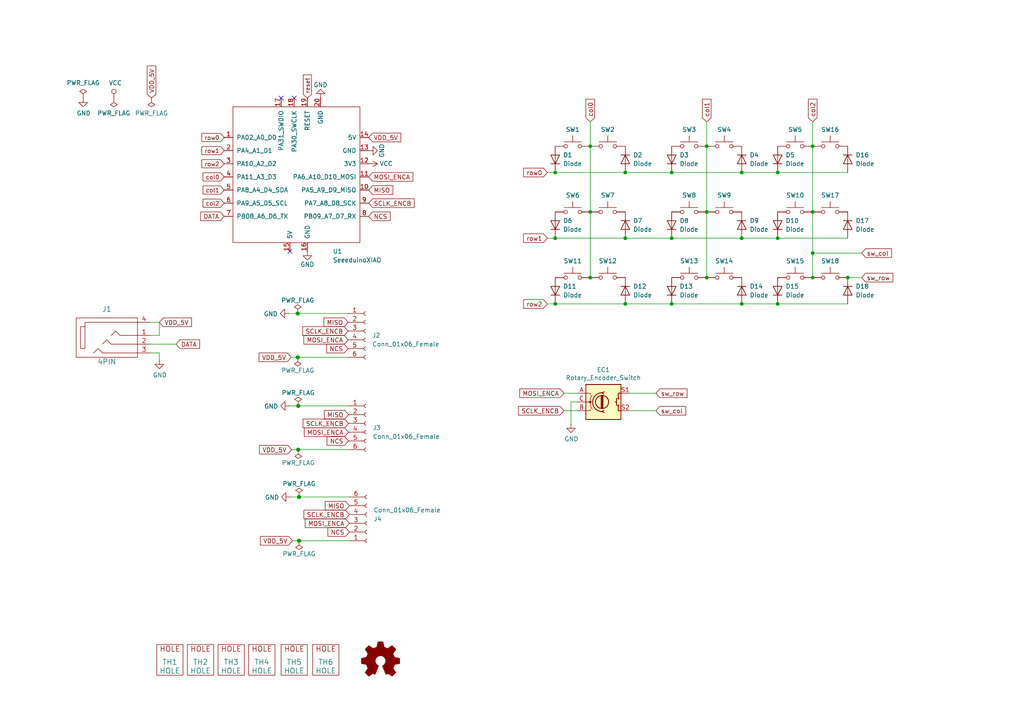
<source format=kicad_sch>
(kicad_sch (version 20230121) (generator eeschema)
  (paper "A4")
  (lib_symbols
    (symbol "Connector:Conn_01x06_Female" (pin_names (offset 1.016) hide)
      (property "Reference" "J" (at 0 7.62 0))
      (property "Value" "Conn_01x06_Female" (at 0 -10.16 0))
      (symbol "Conn_01x06_Female_1_1"
        (arc (start 0 -7.112) (mid -0.5058 -7.62) (end 0 -8.128) (stroke (width 0.1524)))
        (arc (start 0 -4.572) (mid -0.5058 -5.08) (end 0 -5.588) (stroke (width 0.1524)))
        (arc (start 0 -2.032) (mid -0.5058 -2.54) (end 0 -3.048) (stroke (width 0.1524)))
        (polyline (pts (xy -1.27 -7.62) (xy -0.508 -7.62)) (stroke (width 0.1524)))
        (polyline (pts (xy -1.27 -5.08) (xy -0.508 -5.08)) (stroke (width 0.1524)))
        (polyline (pts (xy -1.27 -2.54) (xy -0.508 -2.54)) (stroke (width 0.1524)))
        (polyline (pts (xy -1.27 0) (xy -0.508 0)) (stroke (width 0.1524)))
        (polyline (pts (xy -1.27 2.54) (xy -0.508 2.54)) (stroke (width 0.1524)))
        (polyline (pts (xy -1.27 5.08) (xy -0.508 5.08)) (stroke (width 0.1524)))
        (arc (start 0 0.508) (mid -0.5058 0) (end 0 -0.508) (stroke (width 0.1524)))
        (arc (start 0 3.048) (mid -0.5058 2.54) (end 0 2.032) (stroke (width 0.1524)))
        (arc (start 0 5.588) (mid -0.5058 5.08) (end 0 4.572) (stroke (width 0.1524)))
        (pin passive line (at -5.08 5.08 0) (length 3.81) (name "Pin_1") (number "1"))
        (pin passive line (at -5.08 2.54 0) (length 3.81) (name "Pin_2") (number "2"))
        (pin passive line (at -5.08 0 0) (length 3.81) (name "Pin_3") (number "3"))
        (pin passive line (at -5.08 -2.54 0) (length 3.81) (name "Pin_4") (number "4"))
        (pin passive line (at -5.08 -5.08 0) (length 3.81) (name "Pin_5") (number "5"))
        (pin passive line (at -5.08 -7.62 0) (length 3.81) (name "Pin_6") (number "6"))
      )
    )
    (symbol "Device:Rotary_Encoder_Switch" (pin_names (offset 0.254) hide)
      (property "Reference" "SW" (at 0 6.604 0))
      (property "Value" "Device_Rotary_Encoder_Switch" (at 0 -6.604 0))
      (symbol "Rotary_Encoder_Switch_0_1"
        (rectangle (start -5.08 5.08) (end 5.08 -5.08) (stroke (width 0.254)) (fill (type background)))
        (circle (center -3.81 0) (radius 0.254) (fill (type outline)))
        (circle (center -0.381 0) (radius 1.905) (stroke (width 0.254)))
        (arc (start -0.381 2.667) (mid -3.0988 -0.0635) (end -0.381 -2.794) (stroke (width 0.254)))
        (polyline (pts (xy -0.635 -1.778) (xy -0.635 1.778)) (stroke (width 0.254)))
        (polyline (pts (xy -0.381 -1.778) (xy -0.381 1.778)) (stroke (width 0.254)))
        (polyline (pts (xy -0.127 1.778) (xy -0.127 -1.778)) (stroke (width 0.254)))
        (polyline (pts (xy 3.81 0) (xy 3.429 0)) (stroke (width 0.254)))
        (polyline (pts (xy 3.81 1.016) (xy 3.81 -1.016)) (stroke (width 0.254)))
        (polyline (pts (xy -5.08 -2.54) (xy -3.81 -2.54) (xy -3.81 -2.032)))
        (polyline (pts (xy -5.08 2.54) (xy -3.81 2.54) (xy -3.81 2.032)))
        (polyline (pts (xy 0.254 -3.048) (xy -0.508 -2.794) (xy 0.127 -2.413)) (stroke (width 0.254)))
        (polyline (pts (xy 0.254 2.921) (xy -0.508 2.667) (xy 0.127 2.286)) (stroke (width 0.254)))
        (polyline (pts (xy 5.08 -2.54) (xy 4.318 -2.54) (xy 4.318 -1.016)) (stroke (width 0.254)))
        (polyline (pts (xy 5.08 2.54) (xy 4.318 2.54) (xy 4.318 1.016)) (stroke (width 0.254)))
        (polyline (pts (xy -5.08 0) (xy -3.81 0) (xy -3.81 -1.016) (xy -3.302 -2.032)))
        (polyline (pts (xy -4.318 0) (xy -3.81 0) (xy -3.81 1.016) (xy -3.302 2.032)))
        (circle (center 4.318 -1.016) (radius 0.127) (stroke (width 0.254)))
        (circle (center 4.318 1.016) (radius 0.127) (stroke (width 0.254)))
      )
      (symbol "Rotary_Encoder_Switch_1_1"
        (pin passive line (at -7.62 2.54 0) (length 2.54) (name "A") (number "A"))
        (pin passive line (at -7.62 -2.54 0) (length 2.54) (name "B") (number "B"))
        (pin passive line (at -7.62 0 0) (length 2.54) (name "C") (number "C"))
        (pin passive line (at 7.62 2.54 180) (length 2.54) (name "S1") (number "S1"))
        (pin passive line (at 7.62 -2.54 180) (length 2.54) (name "S2") (number "S2"))
      )
    )
    (symbol "Graphic:Logo_Open_Hardware_Small" (in_bom no) (on_board no)
      (symbol "Logo_Open_Hardware_Small_0_1"
        (polyline (pts (xy 3.3528 -4.3434) (xy 3.302 -4.318) (xy 3.175 -4.2418) (xy 2.9972 -4.1148) (xy 2.7686 -3.9624) (xy 2.54 -3.81) (xy 2.3622 -3.7084) (xy 2.2352 -3.6068) (xy 2.1844 -3.5814) (xy 2.159 -3.6068) (xy 2.0574 -3.6576) (xy 1.905 -3.7338) (xy 1.8034 -3.7846) (xy 1.6764 -3.8354) (xy 1.6002 -3.8354) (xy 1.6002 -3.8354) (xy 1.5494 -3.7338) (xy 1.4732 -3.5306) (xy 1.3462 -3.302) (xy 1.2446 -3.0226) (xy 1.1176 -2.7178) (xy 0.9652 -2.413) (xy 0.8636 -2.1082) (xy 0.7366 -1.8288) (xy 0.6604 -1.6256) (xy 0.6096 -1.4732) (xy 0.5842 -1.397) (xy 0.5842 -1.397) (xy 0.6604 -1.3208) (xy 0.7874 -1.2446) (xy 1.0414 -1.016) (xy 1.2954 -0.6858) (xy 1.4478 -0.3302) (xy 1.524 0.0762) (xy 1.4732 0.4572) (xy 1.3208 0.8128) (xy 1.0668 1.143) (xy 0.762 1.3716) (xy 0.4064 1.524) (xy 0 1.5748) (xy -0.381 1.5494) (xy -0.7366 1.397) (xy -1.0668 1.143) (xy -1.2192 0.9906) (xy -1.397 0.6604) (xy -1.524 0.3048) (xy -1.524 0.2286) (xy -1.4986 -0.1778) (xy -1.397 -0.5334) (xy -1.1938 -0.8636) (xy -0.9144 -1.143) (xy -0.8636 -1.1684) (xy -0.7366 -1.27) (xy -0.635 -1.3462) (xy -0.5842 -1.397) (xy -1.0668 -2.5908) (xy -1.143 -2.794) (xy -1.2954 -3.1242) (xy -1.397 -3.4036) (xy -1.4986 -3.6322) (xy -1.5748 -3.7846) (xy -1.6002 -3.8354) (xy -1.6002 -3.8354) (xy -1.651 -3.8354) (xy -1.7272 -3.81) (xy -1.905 -3.7338) (xy -2.0066 -3.683) (xy -2.1336 -3.6068) (xy -2.2098 -3.5814) (xy -2.2606 -3.6068) (xy -2.3622 -3.683) (xy -2.54 -3.81) (xy -2.7686 -3.9624) (xy -2.9718 -4.0894) (xy -3.1496 -4.2164) (xy -3.302 -4.318) (xy -3.3528 -4.3434) (xy -3.3782 -4.3434) (xy -3.429 -4.318) (xy -3.5306 -4.2164) (xy -3.7084 -4.064) (xy -3.937 -3.8354) (xy -3.9624 -3.81) (xy -4.1656 -3.6068) (xy -4.318 -3.4544) (xy -4.4196 -3.3274) (xy -4.445 -3.2766) (xy -4.445 -3.2766) (xy -4.4196 -3.2258) (xy -4.318 -3.0734) (xy -4.2164 -2.8956) (xy -4.064 -2.667) (xy -3.6576 -2.0828) (xy -3.8862 -1.5494) (xy -3.937 -1.3716) (xy -4.0386 -1.1684) (xy -4.0894 -1.0414) (xy -4.1148 -0.9652) (xy -4.191 -0.9398) (xy -4.318 -0.9144) (xy -4.5466 -0.8636) (xy -4.8006 -0.8128) (xy -5.0546 -0.7874) (xy -5.2578 -0.7366) (xy -5.4356 -0.7112) (xy -5.5118 -0.6858) (xy -5.5118 -0.6858) (xy -5.5372 -0.635) (xy -5.5372 -0.5588) (xy -5.5372 -0.4318) (xy -5.5626 -0.2286) (xy -5.5626 0.0762) (xy -5.5626 0.127) (xy -5.5372 0.4064) (xy -5.5372 0.635) (xy -5.5372 0.762) (xy -5.5372 0.8382) (xy -5.5372 0.8382) (xy -5.461 0.8382) (xy -5.3086 0.889) (xy -5.08 0.9144) (xy -4.826 0.9652) (xy -4.8006 0.9906) (xy -4.5466 1.0414) (xy -4.318 1.0668) (xy -4.1656 1.1176) (xy -4.0894 1.143) (xy -4.0894 1.143) (xy -4.0386 1.2446) (xy -3.9624 1.4224) (xy -3.8608 1.6256) (xy -3.7846 1.8288) (xy -3.7084 2.0066) (xy -3.6576 2.159) (xy -3.6322 2.2098) (xy -3.6322 2.2098) (xy -3.683 2.286) (xy -3.7592 2.413) (xy -3.8862 2.5908) (xy -4.064 2.8194) (xy -4.064 2.8448) (xy -4.2164 3.0734) (xy -4.3434 3.2512) (xy -4.4196 3.3782) (xy -4.445 3.4544) (xy -4.445 3.4544) (xy -4.3942 3.5052) (xy -4.2926 3.6322) (xy -4.1148 3.81) (xy -3.937 4.0132) (xy -3.8608 4.064) (xy -3.6576 4.2926) (xy -3.5052 4.4196) (xy -3.4036 4.4958) (xy -3.3528 4.5212) (xy -3.3528 4.5212) (xy -3.302 4.4704) (xy -3.1496 4.3688) (xy -2.9718 4.2418) (xy -2.7432 4.0894) (xy -2.7178 4.0894) (xy -2.4892 3.937) (xy -2.3114 3.81) (xy -2.1844 3.7084) (xy -2.1336 3.683) (xy -2.1082 3.683) (xy -2.032 3.7084) (xy -1.8542 3.7592) (xy -1.6764 3.8354) (xy -1.4732 3.937) (xy -1.27 4.0132) (xy -1.143 4.064) (xy -1.0668 4.1148) (xy -1.0668 4.1148) (xy -1.0414 4.191) (xy -1.016 4.3434) (xy -0.9652 4.572) (xy -0.9144 4.8514) (xy -0.889 4.9022) (xy -0.8382 5.1562) (xy -0.8128 5.3848) (xy -0.7874 5.5372) (xy -0.762 5.588) (xy -0.7112 5.6134) (xy -0.5842 5.6134) (xy -0.4064 5.6134) (xy -0.1524 5.6134) (xy 0.0762 5.6134) (xy 0.3302 5.6134) (xy 0.5334 5.6134) (xy 0.6858 5.588) (xy 0.7366 5.588) (xy 0.7366 5.588) (xy 0.762 5.5118) (xy 0.8128 5.334) (xy 0.8382 5.1054) (xy 0.9144 4.826) (xy 0.9144 4.7752) (xy 0.9652 4.5212) (xy 1.016 4.2926) (xy 1.0414 4.1402) (xy 1.0668 4.0894) (xy 1.0668 4.0894) (xy 1.1938 4.0386) (xy 1.3716 3.9624) (xy 1.5748 3.8608) (xy 2.0828 3.6576) (xy 2.7178 4.0894) (xy 2.7686 4.1402) (xy 2.9972 4.2926) (xy 3.175 4.4196) (xy 3.302 4.4958) (xy 3.3782 4.5212) (xy 3.3782 4.5212) (xy 3.429 4.4704) (xy 3.556 4.3434) (xy 3.7338 4.191) (xy 3.9116 3.9878) (xy 4.064 3.8354) (xy 4.2418 3.6576) (xy 4.3434 3.556) (xy 4.4196 3.4798) (xy 4.4196 3.429) (xy 4.4196 3.4036) (xy 4.3942 3.3274) (xy 4.2926 3.2004) (xy 4.1656 2.9972) (xy 4.0132 2.794) (xy 3.8862 2.5908) (xy 3.7592 2.3876) (xy 3.6576 2.2352) (xy 3.6322 2.159) (xy 3.6322 2.1336) (xy 3.683 2.0066) (xy 3.7592 1.8288) (xy 3.8608 1.6002) (xy 4.064 1.1176) (xy 4.3942 1.0414) (xy 4.5974 1.016) (xy 4.8768 0.9652) (xy 5.1308 0.9144) (xy 5.5372 0.8382) (xy 5.5626 -0.6604) (xy 5.4864 -0.6858) (xy 5.4356 -0.6858) (xy 5.2832 -0.7366) (xy 5.0546 -0.762) (xy 4.8006 -0.8128) (xy 4.5974 -0.8636) (xy 4.3688 -0.9144) (xy 4.2164 -0.9398) (xy 4.1402 -0.9398) (xy 4.1148 -0.9652) (xy 4.064 -1.0668) (xy 3.9878 -1.2446) (xy 3.9116 -1.4478) (xy 3.81 -1.651) (xy 3.7338 -1.8542) (xy 3.683 -2.0066) (xy 3.6576 -2.0828) (xy 3.683 -2.1336) (xy 3.7846 -2.2606) (xy 3.8862 -2.4638) (xy 4.0386 -2.667) (xy 4.191 -2.8956) (xy 4.318 -3.0734) (xy 4.3942 -3.2004) (xy 4.445 -3.2766) (xy 4.4196 -3.3274) (xy 4.3434 -3.429) (xy 4.1656 -3.5814) (xy 3.937 -3.8354) (xy 3.8862 -3.8608) (xy 3.683 -4.064) (xy 3.5306 -4.2164) (xy 3.4036 -4.318) (xy 3.3528 -4.3434)) (fill (type outline)))
      )
    )
    (symbol "Seeeduino XIAO:SeeeduinoXIAO" (pin_names (offset 1.016))
      (property "Reference" "U" (at -19.05 22.86 0))
      (property "Value" "SeeeduinoXIAO" (at -12.7 21.59 0))
      (symbol "SeeeduinoXIAO_0_1"
        (rectangle (start -19.05 20.32) (end 17.78 -19.05))
      )
      (symbol "SeeeduinoXIAO_1_1"
        (pin unspecified line (at -21.59 11.43 0) (length 2.54) (name "PA02_A0_D0") (number "1"))
        (pin unspecified line (at 20.32 -3.81 180) (length 2.54) (name "PA5_A9_D9_MISO") (number "10"))
        (pin unspecified line (at 20.32 0 180) (length 2.54) (name "PA6_A10_D10_MOSI") (number "11"))
        (pin unspecified line (at 20.32 3.81 180) (length 2.54) (name "3V3") (number "12"))
        (pin unspecified line (at 20.32 7.62 180) (length 2.54) (name "GND") (number "13"))
        (pin unspecified line (at 20.32 11.43 180) (length 2.54) (name "5V") (number "14"))
        (pin input line (at -2.54 -21.59 90) (length 2.54) (name "5V") (number "15"))
        (pin input line (at 2.54 -21.59 90) (length 2.54) (name "GND") (number "16"))
        (pin input line (at -5.08 22.86 270) (length 2.54) (name "PA31_SWDIO") (number "17"))
        (pin input line (at -1.27 22.86 270) (length 2.54) (name "PA30_SWCLK") (number "18"))
        (pin input line (at 2.54 22.86 270) (length 2.54) (name "RESET") (number "19"))
        (pin unspecified line (at -21.59 7.62 0) (length 2.54) (name "PA4_A1_D1") (number "2"))
        (pin input line (at 6.35 22.86 270) (length 2.54) (name "GND") (number "20"))
        (pin unspecified line (at -21.59 3.81 0) (length 2.54) (name "PA10_A2_D2") (number "3"))
        (pin unspecified line (at -21.59 0 0) (length 2.54) (name "PA11_A3_D3") (number "4"))
        (pin unspecified line (at -21.59 -3.81 0) (length 2.54) (name "PA8_A4_D4_SDA") (number "5"))
        (pin unspecified line (at -21.59 -7.62 0) (length 2.54) (name "PA9_A5_D5_SCL") (number "6"))
        (pin unspecified line (at -21.59 -11.43 0) (length 2.54) (name "PB08_A6_D6_TX") (number "7"))
        (pin unspecified line (at 20.32 -11.43 180) (length 2.54) (name "PB09_A7_D7_RX") (number "8"))
        (pin unspecified line (at 20.32 -7.62 180) (length 2.54) (name "PA7_A8_D8_SCK") (number "9"))
      )
    )
    (symbol "SofleKeyboard-rescue:D-Lily58-cache-Lily58_Pro-rescue" (pin_numbers hide) (pin_names (offset 1.016) hide)
      (property "Reference" "D" (at 0 2.54 0))
      (property "Value" "D-Lily58-cache-Lily58_Pro-rescue" (at 0 -2.54 0))
      (symbol "D-Lily58-cache-Lily58_Pro-rescue_0_1"
        (polyline (pts (xy -1.27 1.27) (xy -1.27 -1.27)) (stroke (width 0.2032)))
        (polyline (pts (xy 1.27 0) (xy -1.27 0)))
        (polyline (pts (xy 1.27 1.27) (xy 1.27 -1.27) (xy -1.27 0) (xy 1.27 1.27)) (stroke (width 0.2032)))
      )
      (symbol "D-Lily58-cache-Lily58_Pro-rescue_1_1"
        (pin passive line (at -3.81 0 0) (length 2.54) (name "K") (number "1"))
        (pin passive line (at 3.81 0 180) (length 2.54) (name "A") (number "2"))
      )
    )
    (symbol "SofleKeyboard-rescue:GND-Lily58-cache-Lily58_Pro-rescue" (power) (pin_names (offset 0))
      (property "Value" "GND-Lily58-cache-Lily58_Pro-rescue" (at 0 -3.81 0))
      (symbol "GND-Lily58-cache-Lily58_Pro-rescue_1_1"
        (polyline (pts (xy 0 0) (xy 0 -1.27) (xy 1.27 -1.27) (xy 0 -2.54) (xy -1.27 -1.27) (xy 0 -1.27)))
        (pin power_in line (at 0 0 0) (length 0) hide (name "GND") (number "1"))
      )
    )
    (symbol "SofleKeyboard-rescue:HOLE-Lily58-cache-Lily58_Pro-rescue" (pin_names (offset 1.016))
      (property "Reference" "U" (at 0 0 0))
      (property "Value" "HOLE-Lily58-cache-Lily58_Pro-rescue" (at 0 -5.08 0))
      (symbol "HOLE-Lily58-cache-Lily58_Pro-rescue_0_0"
        (text "HOLE" (at 0 3.81 0) (effects (font (size 1.524 1.524))))
      )
      (symbol "HOLE-Lily58-cache-Lily58_Pro-rescue_0_1"
        (rectangle (start 3.81 5.08) (end -3.81 -3.81))
      )
    )
    (symbol "SofleKeyboard-rescue:MJ-4PP-9-Lily58-cache-Lily58_Pro-rescue" (pin_names (offset 1.016))
      (property "Reference" "J" (at -8.89 -7.62 0))
      (property "Value" "MJ-4PP-9-Lily58-cache-Lily58_Pro-rescue" (at -3.81 6.35 0))
      (symbol "MJ-4PP-9-Lily58-cache-Lily58_Pro-rescue_0_1"
        (rectangle (start -7.62 2.54) (end -8.89 -3.81))
        (polyline (pts (xy 2.54 0) (xy 7.62 0)))
        (polyline (pts (xy -2.54 -5.08) (xy 7.62 -5.08) (xy 7.62 -5.08)))
        (polyline (pts (xy 0 -2.54) (xy -1.27 -1.27) (xy -2.54 -2.54)))
        (polyline (pts (xy 0 0) (xy 1.27 1.27) (xy 2.54 0)))
        (polyline (pts (xy 7.62 3.81) (xy -7.62 3.81) (xy -7.62 2.54)))
        (polyline (pts (xy -2.54 -5.08) (xy -3.81 -3.81) (xy -5.08 -5.08) (xy -5.08 -5.08)))
        (polyline (pts (xy 0 -2.54) (xy 7.62 -2.54) (xy 7.62 -2.54) (xy 7.62 -2.54)))
        (rectangle (start 7.62 -6.35) (end -10.16 5.08))
      )
      (symbol "MJ-4PP-9-Lily58-cache-Lily58_Pro-rescue_1_1"
        (pin passive line (at 11.43 0 180) (length 3.81) (name "~") (number "1"))
        (pin passive line (at 11.43 -2.54 180) (length 3.81) (name "~") (number "2"))
        (pin passive line (at 11.43 -5.08 180) (length 3.81) (name "~") (number "3"))
        (pin passive line (at 11.43 3.81 180) (length 3.81) (name "~") (number "4"))
      )
    )
    (symbol "SofleKeyboard-rescue:PWR_FLAG-Lily58-cache-Lily58_Pro-rescue" (power) (pin_numbers hide) (pin_names (offset 0) hide)
      (property "Value" "PWR_FLAG-Lily58-cache-Lily58_Pro-rescue" (at 0 3.81 0))
      (symbol "PWR_FLAG-Lily58-cache-Lily58_Pro-rescue_0_0"
        (pin power_out line (at 0 0 90) (length 0) (name "pwr") (number "1"))
      )
      (symbol "PWR_FLAG-Lily58-cache-Lily58_Pro-rescue_0_1"
        (polyline (pts (xy 0 0) (xy 0 1.27) (xy -1.016 1.905) (xy 0 2.54) (xy 1.016 1.905) (xy 0 1.27)))
      )
    )
    (symbol "SofleKeyboard-rescue:VCC-Lily58-cache-Lily58_Pro-rescue" (power) (pin_names (offset 0))
      (property "Value" "VCC-Lily58-cache-Lily58_Pro-rescue" (at 0 3.81 0))
      (symbol "VCC-Lily58-cache-Lily58_Pro-rescue_0_1"
        (polyline (pts (xy 0 0) (xy 0 1.27)))
        (circle (center 0 1.905) (radius 0.635))
      )
      (symbol "VCC-Lily58-cache-Lily58_Pro-rescue_1_1"
        (pin power_in line (at 0 0 90) (length 0) hide (name "VCC") (number "1"))
      )
    )
    (symbol "Switch:SW_Push" (pin_numbers hide) (pin_names (offset 1.016) hide)
      (property "Reference" "SW" (at 1.27 2.54 0))
      (property "Value" "SW_Push" (at 0 -1.524 0))
      (symbol "SW_Push_0_1"
        (circle (center -2.032 0) (radius 0.508))
        (polyline (pts (xy 0 1.27) (xy 0 3.048)))
        (polyline (pts (xy 2.54 1.27) (xy -2.54 1.27)))
        (circle (center 2.032 0) (radius 0.508))
        (pin passive line (at -5.08 0 0) (length 2.54) (name "1") (number "1"))
        (pin passive line (at 5.08 0 180) (length 2.54) (name "2") (number "2"))
      )
    )
    (symbol "power:GND" (power) (pin_names (offset 0))
      (property "Value" "GND" (at 0 -3.81 0))
      (symbol "GND_0_1"
        (polyline (pts (xy 0 0) (xy 0 -1.27) (xy 1.27 -1.27) (xy 0 -2.54) (xy -1.27 -1.27) (xy 0 -1.27)))
      )
      (symbol "GND_1_1"
        (pin power_in line (at 0 0 270) (length 0) hide (name "GND") (number "1"))
      )
    )
    (symbol "power:PWR_FLAG" (power) (pin_numbers hide) (pin_names (offset 0) hide)
      (property "Value" "PWR_FLAG" (at 0 3.81 0))
      (symbol "PWR_FLAG_0_0"
        (pin power_out line (at 0 0 90) (length 0) (name "pwr") (number "1"))
      )
      (symbol "PWR_FLAG_0_1"
        (polyline (pts (xy 0 0) (xy 0 1.27) (xy -1.016 1.905) (xy 0 2.54) (xy 1.016 1.905) (xy 0 1.27)))
      )
    )
    (symbol "power:VCC" (power) (pin_names (offset 0))
      (property "Value" "VCC" (at 0 3.81 0))
      (symbol "VCC_0_1"
        (polyline (pts (xy -0.762 1.27) (xy 0 2.54)))
        (polyline (pts (xy 0 0) (xy 0 2.54)))
        (polyline (pts (xy 0 2.54) (xy 0.762 1.27)))
      )
      (symbol "VCC_1_1"
        (pin power_in line (at 0 0 90) (length 0) hide (name "VCC") (number "1"))
      )
    )
  )
  (junction (at 225.552 50.038))
  (junction (at 215.138 50.038))
  (junction (at 194.818 69.088))
  (junction (at 235.712 73.406))
  (junction (at 215.138 69.088))
  (junction (at 86.36 90.932) (diameter 1.016))
  (junction (at 161.036 88.138))
  (junction (at 245.872 80.518))
  (junction (at 235.712 42.418))
  (junction (at 204.978 42.418))
  (junction (at 204.978 80.518))
  (junction (at 86.741 156.845) (diameter 1.016))
  (junction (at 194.818 50.038))
  (junction (at 171.196 42.418))
  (junction (at 181.356 88.138))
  (junction (at 86.36 103.632) (diameter 1.016))
  (junction (at 86.741 144.145) (diameter 1.016))
  (junction (at 235.712 61.468))
  (junction (at 235.712 80.518))
  (junction (at 204.978 61.468))
  (junction (at 171.196 80.518))
  (junction (at 194.818 88.138))
  (junction (at 86.487 117.729) (diameter 1.016))
  (junction (at 86.487 130.429) (diameter 1.016))
  (junction (at 161.036 50.038))
  (junction (at 215.138 88.138))
  (junction (at 181.356 69.088))
  (junction (at 225.552 88.138))
  (junction (at 181.356 50.038))
  (junction (at 171.196 61.468))
  (junction (at 161.036 69.088))
  (junction (at 225.552 69.088))
  (no_connect (at 85.344 28.448))
  (no_connect (at 84.074 72.898))
  (no_connect (at 81.534 28.448))
  (wire (pts (xy 225.552 69.088) (xy 245.872 69.088)))
  (wire (pts (xy 161.036 88.138) (xy 181.356 88.138)))
  (wire (pts (xy 165.608 122.936) (xy 165.608 116.586)))
  (wire (pts (xy 171.196 35.306) (xy 171.196 42.418)))
  (wire (pts (xy 235.712 42.418) (xy 235.712 61.468)))
  (wire (pts (xy 163.576 114.046) (xy 167.386 114.046)))
  (wire (pts (xy 235.712 73.406) (xy 249.936 73.406)))
  (wire (pts (xy 163.576 119.126) (xy 167.386 119.126)))
  (wire (pts (xy 204.978 42.418) (xy 204.978 61.468)))
  (wire (pts (xy 158.75 50.038) (xy 161.036 50.038)))
  (wire (pts (xy 161.036 50.038) (xy 181.356 50.038)))
  (wire (pts (xy 181.356 69.088) (xy 194.818 69.088)))
  (wire (pts (xy 86.36 103.632) (xy 100.965 103.632)))
  (wire (pts (xy 225.552 88.138) (xy 245.872 88.138)))
  (wire (pts (xy 194.818 50.038) (xy 215.138 50.038)))
  (wire (pts (xy 215.138 69.088) (xy 225.552 69.088)))
  (wire (pts (xy 86.487 117.729) (xy 101.092 117.729)))
  (wire (pts (xy 158.75 88.138) (xy 161.036 88.138)))
  (wire (pts (xy 46.228 97.282) (xy 46.228 93.472)))
  (wire (pts (xy 43.688 93.472) (xy 46.228 93.472)))
  (wire (pts (xy 181.356 88.138) (xy 194.818 88.138)))
  (wire (pts (xy 83.82 90.932) (xy 86.36 90.932)))
  (wire (pts (xy 84.201 144.145) (xy 86.741 144.145)))
  (wire (pts (xy 86.741 144.145) (xy 101.346 144.145)))
  (wire (pts (xy 194.818 88.138) (xy 215.138 88.138)))
  (wire (pts (xy 225.552 50.038) (xy 245.872 50.038)))
  (wire (pts (xy 86.487 130.429) (xy 101.092 130.429)))
  (wire (pts (xy 158.75 69.088) (xy 161.036 69.088)))
  (wire (pts (xy 235.712 35.306) (xy 235.712 42.418)))
  (wire (pts (xy 245.872 80.518) (xy 249.936 80.518)))
  (wire (pts (xy 181.356 50.038) (xy 194.818 50.038)))
  (wire (pts (xy 83.947 117.729) (xy 86.487 117.729)))
  (wire (pts (xy 171.196 42.418) (xy 171.196 61.468)))
  (wire (pts (xy 86.741 156.845) (xy 101.346 156.845)))
  (wire (pts (xy 235.712 61.468) (xy 235.712 73.406)))
  (wire (pts (xy 165.608 116.586) (xy 167.386 116.586)))
  (wire (pts (xy 84.582 130.429) (xy 86.487 130.429)))
  (wire (pts (xy 46.228 102.362) (xy 46.228 104.394)))
  (wire (pts (xy 86.36 90.932) (xy 100.965 90.932)))
  (wire (pts (xy 171.196 61.468) (xy 171.196 80.518)))
  (wire (pts (xy 235.712 73.406) (xy 235.712 80.518)))
  (wire (pts (xy 84.455 103.632) (xy 86.36 103.632)))
  (wire (pts (xy 215.138 50.038) (xy 225.552 50.038)))
  (wire (pts (xy 204.978 61.468) (xy 204.978 80.518)))
  (wire (pts (xy 182.626 114.046) (xy 190.246 114.046)))
  (wire (pts (xy 161.036 69.088) (xy 181.356 69.088)))
  (wire (pts (xy 215.138 88.138) (xy 225.552 88.138)))
  (wire (pts (xy 43.688 99.822) (xy 51.054 99.822)))
  (wire (pts (xy 182.626 119.126) (xy 190.246 119.126)))
  (wire (pts (xy 43.688 97.282) (xy 46.228 97.282)))
  (wire (pts (xy 84.836 156.845) (xy 86.741 156.845)))
  (wire (pts (xy 204.978 35.306) (xy 204.978 42.418)))
  (wire (pts (xy 194.818 69.088) (xy 215.138 69.088)))
  (wire (pts (xy 43.688 102.362) (xy 46.228 102.362)))
  (global_label "row2" (shape input) (at 65.024 47.498 180) (effects (font (size 1.1938 1.1938))) (property "Intersheetrefs" "${INTERSHEET_REFS}" (effects hide)))
  (global_label "MISO" (shape input) (at 101.092 120.269 180) (property "Intersheetrefs" "${INTERSHEET_REFS}" (effects hide)))
  (global_label "row2" (shape input) (at 158.75 88.138 180) (property "Intersheetrefs" "${INTERSHEET_REFS}" (effects hide)))
  (global_label "col0" (shape input) (at 65.024 51.308 180) (effects (font (size 1.1938 1.1938))) (property "Intersheetrefs" "${INTERSHEET_REFS}" (effects hide)))
  (global_label "NCS" (shape input) (at 106.934 62.738 0) (property "Intersheetrefs" "${INTERSHEET_REFS}" (effects hide)))
  (global_label "VDD_5V" (shape input) (at 84.455 103.632 180) (property "Intersheetrefs" "${INTERSHEET_REFS}" (effects hide)))
  (global_label "NCS" (shape input) (at 101.346 154.305 180) (property "Intersheetrefs" "${INTERSHEET_REFS}" (effects hide)))
  (global_label "DATA" (shape input) (at 51.054 99.822 0) (property "Intersheetrefs" "${INTERSHEET_REFS}" (effects hide)))
  (global_label "SCLK_ENCB" (shape input) (at 101.346 149.225 180) (property "Intersheetrefs" "${INTERSHEET_REFS}" (effects hide)))
  (global_label "VDD_5V" (shape input) (at 106.934 39.878 0) (property "Intersheetrefs" "${INTERSHEET_REFS}" (effects hide)))
  (global_label "MISO" (shape input) (at 106.934 55.118 0) (property "Intersheetrefs" "${INTERSHEET_REFS}" (effects hide)))
  (global_label "MOSI_ENCA" (shape input) (at 163.576 114.046 180) (property "Intersheetrefs" "${INTERSHEET_REFS}" (effects hide)))
  (global_label "MOSI_ENCA" (shape input) (at 101.346 151.765 180) (property "Intersheetrefs" "${INTERSHEET_REFS}" (effects hide)))
  (global_label "row0" (shape input) (at 65.024 39.878 180) (effects (font (size 1.1938 1.1938))) (property "Intersheetrefs" "${INTERSHEET_REFS}" (effects hide)))
  (global_label "MOSI_ENCA" (shape input) (at 101.092 125.349 180) (property "Intersheetrefs" "${INTERSHEET_REFS}" (effects hide)))
  (global_label "row1" (shape input) (at 65.024 43.688 180) (effects (font (size 1.1938 1.1938))) (property "Intersheetrefs" "${INTERSHEET_REFS}" (effects hide)))
  (global_label "reset" (shape input) (at 89.154 28.448 90) (effects (font (size 1.1938 1.1938))) (property "Intersheetrefs" "${INTERSHEET_REFS}" (effects hide)))
  (global_label "row0" (shape input) (at 158.75 50.038 180) (property "Intersheetrefs" "${INTERSHEET_REFS}" (effects hide)))
  (global_label "sw_row" (shape input) (at 190.246 114.046 0) (property "Intersheetrefs" "${INTERSHEET_REFS}" (effects hide)))
  (global_label "SCLK_ENCB" (shape input) (at 101.092 122.809 180) (property "Intersheetrefs" "${INTERSHEET_REFS}" (effects hide)))
  (global_label "row1" (shape input) (at 158.75 69.088 180) (property "Intersheetrefs" "${INTERSHEET_REFS}" (effects hide)))
  (global_label "sw_col" (shape input) (at 190.246 119.126 0) (property "Intersheetrefs" "${INTERSHEET_REFS}" (effects hide)))
  (global_label "col2" (shape input) (at 235.712 35.306 90) (property "Intersheetrefs" "${INTERSHEET_REFS}" (effects hide)))
  (global_label "col1" (shape input) (at 204.978 35.306 90) (property "Intersheetrefs" "${INTERSHEET_REFS}" (effects hide)))
  (global_label "col2" (shape input) (at 65.024 58.928 180) (effects (font (size 1.1938 1.1938))) (property "Intersheetrefs" "${INTERSHEET_REFS}" (effects hide)))
  (global_label "VDD_5V" (shape input) (at 84.582 130.429 180) (property "Intersheetrefs" "${INTERSHEET_REFS}" (effects hide)))
  (global_label "col1" (shape input) (at 65.024 55.118 180) (effects (font (size 1.1938 1.1938))) (property "Intersheetrefs" "${INTERSHEET_REFS}" (effects hide)))
  (global_label "VDD_5V" (shape input) (at 84.836 156.845 180) (property "Intersheetrefs" "${INTERSHEET_REFS}" (effects hide)))
  (global_label "NCS" (shape input) (at 100.965 101.092 180) (property "Intersheetrefs" "${INTERSHEET_REFS}" (effects hide)))
  (global_label "MOSI_ENCA" (shape input) (at 106.934 51.308 0) (property "Intersheetrefs" "${INTERSHEET_REFS}" (effects hide)))
  (global_label "MOSI_ENCA" (shape input) (at 100.965 98.552 180) (property "Intersheetrefs" "${INTERSHEET_REFS}" (effects hide)))
  (global_label "VDD_5V" (shape input) (at 43.942 28.448 90) (property "Intersheetrefs" "${INTERSHEET_REFS}" (effects hide)))
  (global_label "SCLK_ENCB" (shape input) (at 106.934 58.928 0) (property "Intersheetrefs" "${INTERSHEET_REFS}" (effects hide)))
  (global_label "sw_row" (shape input) (at 249.936 80.518 0) (property "Intersheetrefs" "${INTERSHEET_REFS}" (effects hide)))
  (global_label "MISO" (shape input) (at 100.965 93.472 180) (property "Intersheetrefs" "${INTERSHEET_REFS}" (effects hide)))
  (global_label "col0" (shape input) (at 171.196 35.306 90) (property "Intersheetrefs" "${INTERSHEET_REFS}" (effects hide)))
  (global_label "NCS" (shape input) (at 101.092 127.889 180) (property "Intersheetrefs" "${INTERSHEET_REFS}" (effects hide)))
  (global_label "VDD_5V" (shape input) (at 46.228 93.472 0) (property "Intersheetrefs" "${INTERSHEET_REFS}" (effects hide)))
  (global_label "SCLK_ENCB" (shape input) (at 163.576 119.126 180) (property "Intersheetrefs" "${INTERSHEET_REFS}" (effects hide)))
  (global_label "SCLK_ENCB" (shape input) (at 100.965 96.012 180) (property "Intersheetrefs" "${INTERSHEET_REFS}" (effects hide)))
  (global_label "DATA" (shape input) (at 65.024 62.738 180) (property "Intersheetrefs" "${INTERSHEET_REFS}" (effects hide)))
  (global_label "sw_col" (shape input) (at 249.936 73.406 0) (property "Intersheetrefs" "${INTERSHEET_REFS}" (effects hide)))
  (global_label "MISO" (shape input) (at 101.346 146.685 180) (property "Intersheetrefs" "${INTERSHEET_REFS}" (effects hide)))
  (symbol (lib_id "Switch:SW_Push") (at 166.116 42.418 0) (unit 1)
    (property "Reference" "SW1" (at 166.116 37.592 0))
    (property "Value" "${REFERENCE}" (effects hide))
    (property "Footprint" "jw_custom_footprint:CherryMX_Hotswap" (effects hide))
  )
  (symbol (lib_id "SofleKeyboard-rescue:D-Lily58-cache-Lily58_Pro-rescue") (at 161.036 46.228 90) (unit 1)
    (property "Reference" "D1" (at 163.322 44.958 90) (effects (justify right)))
    (property "Value" "Diode" (at 163.322 47.498 90) (effects (justify right)))
    (property "Footprint" "jw_custom_footprint:Diode_SOD123_THT_2" (effects hide))
  )
  (symbol (lib_id "SofleKeyboard-rescue:PWR_FLAG-Lily58-cache-Lily58_Pro-rescue") (at 24.13 28.448 0) (unit 1)
    (property "Reference" "#FLG01" (effects hide))
    (property "Value" "PWR_FLAG" (at 24.13 24.0284 0))
  )
  (symbol (lib_id "SofleKeyboard-rescue:GND-Lily58-cache-Lily58_Pro-rescue") (at 24.13 28.448 0) (unit 1)
    (property "Reference" "#PWR01" (effects hide))
    (property "Value" "GND" (at 24.257 32.8422 0))
  )
  (symbol (lib_id "SofleKeyboard-rescue:VCC-Lily58-cache-Lily58_Pro-rescue") (at 33.02 28.448 0) (unit 1)
    (property "Reference" "#PWR02" (effects hide))
    (property "Value" "VCC" (at 33.4518 24.0538 0))
  )
  (symbol (lib_id "SofleKeyboard-rescue:PWR_FLAG-Lily58-cache-Lily58_Pro-rescue") (at 33.02 28.448 180) (unit 1)
    (property "Reference" "#FLG02" (effects hide))
    (property "Value" "PWR_FLAG" (at 33.02 32.8422 0))
  )
  (symbol (lib_id "Device:Rotary_Encoder_Switch") (at 175.006 116.586 0) (unit 1)
    (property "Reference" "EC1" (at 175.006 107.2642 0))
    (property "Value" "Rotary_Encoder_Switch" (at 175.006 109.5756 0))
    (property "Footprint" "jw_custom_footprint:RotaryEncoder_Alps_EC11E-Switch_Vertical_H20mm" (effects hide))
  )
  (symbol (lib_id "power:GND") (at 165.608 122.936 0) (unit 1)
    (property "Reference" "#PWR010" (effects hide))
    (property "Value" "GND" (at 165.735 127.3302 0))
  )
  (symbol (lib_id "Switch:SW_Push") (at 240.792 80.518 0) (unit 1)
    (property "Reference" "SW18" (at 240.792 75.692 0))
    (property "Value" "${REFERENCE}" (effects hide))
    (property "Footprint" "jw_custom_footprint:CherryMX_Hotswap" (effects hide))
  )
  (symbol (lib_id "power:PWR_FLAG") (at 86.741 144.145 0) (unit 1)
    (property "Reference" "#FLG08" (effects hide))
    (property "Value" "PWR_FLAG" (at 86.741 140.335 0))
  )
  (symbol (lib_id "power:PWR_FLAG") (at 86.487 117.729 0) (unit 1)
    (property "Reference" "#FLG06" (effects hide))
    (property "Value" "PWR_FLAG" (at 86.487 113.919 0))
  )
  (symbol (lib_id "Switch:SW_Push") (at 176.276 80.518 0) (unit 1)
    (property "Reference" "SW12" (at 176.276 75.692 0))
    (property "Value" "${REFERENCE}" (effects hide))
    (property "Footprint" "jw_custom_footprint:CherryMX_Hotswap" (effects hide))
  )
  (symbol (lib_id "power:PWR_FLAG") (at 86.487 130.429 180) (unit 1)
    (property "Reference" "#FLG07" (effects hide))
    (property "Value" "PWR_FLAG" (at 86.487 134.239 0))
  )
  (symbol (lib_id "SofleKeyboard-rescue:D-Lily58-cache-Lily58_Pro-rescue") (at 245.872 84.328 270) (unit 1)
    (property "Reference" "D18" (at 248.158 83.058 90) (effects (justify left)))
    (property "Value" "Diode" (at 248.158 85.598 90) (effects (justify left)))
    (property "Footprint" "jw_custom_footprint:Diode_SOD123_THT_2" (effects hide))
  )
  (symbol (lib_id "SofleKeyboard-rescue:D-Lily58-cache-Lily58_Pro-rescue") (at 181.356 65.278 270) (unit 1)
    (property "Reference" "D7" (at 183.642 64.008 90) (effects (justify left)))
    (property "Value" "Diode" (at 183.642 66.548 90) (effects (justify left)))
    (property "Footprint" "jw_custom_footprint:Diode_SOD123_THT_2" (effects hide))
  )
  (symbol (lib_id "power:GND") (at 92.964 28.448 180) (unit 1)
    (property "Reference" "#PWR03" (effects hide))
    (property "Value" "GND" (at 92.964 24.638 0))
  )
  (symbol (lib_id "power:GND") (at 83.82 90.932 270) (unit 1)
    (property "Reference" "#PWR09" (effects hide))
    (property "Value" "GND" (at 80.5688 91.059 90) (effects (justify right)))
  )
  (symbol (lib_id "power:PWR_FLAG") (at 86.36 90.932 0) (unit 1)
    (property "Reference" "#FLG03" (effects hide))
    (property "Value" "PWR_FLAG" (at 86.36 87.122 0))
  )
  (symbol (lib_id "Switch:SW_Push") (at 240.792 42.418 0) (unit 1)
    (property "Reference" "SW16" (at 240.792 37.592 0))
    (property "Value" "${REFERENCE}" (effects hide))
    (property "Footprint" "jw_custom_footprint:CherryMX_Hotswap" (effects hide))
  )
  (symbol (lib_id "SofleKeyboard-rescue:D-Lily58-cache-Lily58_Pro-rescue") (at 161.036 84.328 90) (unit 1)
    (property "Reference" "D11" (at 163.322 83.058 90) (effects (justify right)))
    (property "Value" "Diode" (at 163.322 85.598 90) (effects (justify right)))
    (property "Footprint" "jw_custom_footprint:Diode_SOD123_THT_2" (effects hide))
  )
  (symbol (lib_id "Connector:Conn_01x06_Female") (at 106.045 96.012 0) (unit 1)
    (property "Reference" "J2" (at 107.95 97.282 0) (effects (justify left)))
    (property "Value" "Conn_01x06_Female" (at 107.95 99.822 0) (effects (justify left)))
    (property "Footprint" "Connector_Hirose:Hirose_DF13-06P-1.25DS_1x06_P1.25mm_Horizontal" (effects hide))
  )
  (symbol (lib_id "SofleKeyboard-rescue:HOLE-Lily58-cache-Lily58_Pro-rescue") (at 75.946 192.024 0) (unit 1)
    (property "Reference" "TH4" (at 75.946 192.024 0) (effects (font (size 1.524 1.524))))
    (property "Value" "HOLE" (at 75.946 194.564 0) (effects (font (size 1.524 1.524))))
    (property "Footprint" "MountingHole:MountingHole_3.2mm_M3" (effects hide))
  )
  (symbol (lib_id "SofleKeyboard-rescue:D-Lily58-cache-Lily58_Pro-rescue") (at 245.872 46.228 270) (unit 1)
    (property "Reference" "D16" (at 248.158 44.958 90) (effects (justify left)))
    (property "Value" "Diode" (at 248.158 47.498 90) (effects (justify left)))
    (property "Footprint" "jw_custom_footprint:Diode_SOD123_THT_2" (effects hide))
  )
  (symbol (lib_id "SofleKeyboard-rescue:HOLE-Lily58-cache-Lily58_Pro-rescue") (at 67.056 192.024 0) (unit 1)
    (property "Reference" "TH3" (at 67.056 192.024 0) (effects (font (size 1.524 1.524))))
    (property "Value" "HOLE" (at 67.056 194.564 0) (effects (font (size 1.524 1.524))))
    (property "Footprint" "MountingHole:MountingHole_3.2mm_M3" (effects hide))
  )
  (symbol (lib_id "Switch:SW_Push") (at 199.898 61.468 0) (unit 1)
    (property "Reference" "SW8" (at 199.898 56.642 0))
    (property "Value" "${REFERENCE}" (effects hide))
    (property "Footprint" "jw_custom_footprint:CherryMX_Hotswap" (effects hide))
  )
  (symbol (lib_id "SofleKeyboard-rescue:D-Lily58-cache-Lily58_Pro-rescue") (at 161.036 65.278 90) (unit 1)
    (property "Reference" "D6" (at 163.322 64.008 90) (effects (justify right)))
    (property "Value" "Diode" (at 163.322 66.548 90) (effects (justify right)))
    (property "Footprint" "jw_custom_footprint:Diode_SOD123_THT_2" (effects hide))
  )
  (symbol (lib_id "SofleKeyboard-rescue:D-Lily58-cache-Lily58_Pro-rescue") (at 245.872 65.278 270) (unit 1)
    (property "Reference" "D17" (at 248.158 64.008 90) (effects (justify left)))
    (property "Value" "Diode" (at 248.158 66.548 90) (effects (justify left)))
    (property "Footprint" "jw_custom_footprint:Diode_SOD123_THT_2" (effects hide))
  )
  (symbol (lib_id "power:GND") (at 83.947 117.729 270) (unit 1)
    (property "Reference" "#PWR07" (effects hide))
    (property "Value" "GND" (at 80.6958 117.856 90) (effects (justify right)))
  )
  (symbol (lib_id "Switch:SW_Push") (at 166.116 61.468 0) (unit 1)
    (property "Reference" "SW6" (at 166.116 56.642 0))
    (property "Value" "${REFERENCE}" (effects hide))
    (property "Footprint" "jw_custom_footprint:CherryMX_Hotswap" (effects hide))
  )
  (symbol (lib_id "SofleKeyboard-rescue:D-Lily58-cache-Lily58_Pro-rescue") (at 215.138 65.278 270) (unit 1)
    (property "Reference" "D9" (at 217.424 64.008 90) (effects (justify left)))
    (property "Value" "Diode" (at 217.424 66.548 90) (effects (justify left)))
    (property "Footprint" "jw_custom_footprint:Diode_SOD123_THT_2" (effects hide))
  )
  (symbol (lib_id "SofleKeyboard-rescue:D-Lily58-cache-Lily58_Pro-rescue") (at 194.818 46.228 90) (unit 1)
    (property "Reference" "D3" (at 197.104 44.958 90) (effects (justify right)))
    (property "Value" "Diode" (at 197.104 47.498 90) (effects (justify right)))
    (property "Footprint" "jw_custom_footprint:Diode_SOD123_THT_2" (effects hide))
  )
  (symbol (lib_id "power:PWR_FLAG") (at 86.741 156.845 180) (unit 1)
    (property "Reference" "#FLG09" (effects hide))
    (property "Value" "PWR_FLAG" (at 86.741 160.655 0))
  )
  (symbol (lib_id "SofleKeyboard-rescue:D-Lily58-cache-Lily58_Pro-rescue") (at 225.552 84.328 90) (unit 1)
    (property "Reference" "D15" (at 227.838 83.058 90) (effects (justify right)))
    (property "Value" "Diode" (at 227.838 85.598 90) (effects (justify right)))
    (property "Footprint" "jw_custom_footprint:Diode_SOD123_THT_2" (effects hide))
  )
  (symbol (lib_id "Switch:SW_Push") (at 230.632 42.418 0) (unit 1)
    (property "Reference" "SW5" (at 230.632 37.592 0))
    (property "Value" "${REFERENCE}" (effects hide))
    (property "Footprint" "jw_custom_footprint:CherryMX_Hotswap" (effects hide))
  )
  (symbol (lib_id "Switch:SW_Push") (at 176.276 42.418 0) (unit 1)
    (property "Reference" "SW2" (at 176.276 37.592 0))
    (property "Value" "${REFERENCE}" (effects hide))
    (property "Footprint" "jw_custom_footprint:CherryMX_Hotswap" (effects hide))
  )
  (symbol (lib_id "Switch:SW_Push") (at 176.276 61.468 0) (unit 1)
    (property "Reference" "SW7" (at 176.276 56.642 0))
    (property "Value" "${REFERENCE}" (effects hide))
    (property "Footprint" "jw_custom_footprint:CherryMX_Hotswap" (effects hide))
  )
  (symbol (lib_id "Connector:Conn_01x06_Female") (at 106.426 151.765 0) (mirror x) (unit 1)
    (property "Reference" "J4" (at 108.331 150.495 0) (effects (justify left)))
    (property "Value" "Conn_01x06_Female" (at 108.331 147.955 0) (effects (justify left)))
    (property "Footprint" "Connector_FFC-FPC:TE_84952-6_1x06-1MP_P1.0mm_Horizontal" (effects hide))
  )
  (symbol (lib_id "Switch:SW_Push") (at 166.116 80.518 0) (unit 1)
    (property "Reference" "SW11" (at 166.116 75.692 0))
    (property "Value" "${REFERENCE}" (effects hide))
    (property "Footprint" "jw_custom_footprint:CherryMX_Hotswap" (effects hide))
  )
  (symbol (lib_id "Switch:SW_Push") (at 210.058 61.468 0) (unit 1)
    (property "Reference" "SW9" (at 210.058 56.642 0))
    (property "Value" "${REFERENCE}" (effects hide))
    (property "Footprint" "jw_custom_footprint:CherryMX_Hotswap" (effects hide))
  )
  (symbol (lib_id "power:GND") (at 84.201 144.145 270) (unit 1)
    (property "Reference" "#PWR011" (effects hide))
    (property "Value" "GND" (at 80.9498 144.272 90) (effects (justify right)))
  )
  (symbol (lib_id "Graphic:Logo_Open_Hardware_Small") (at 110.363 191.77 0) (unit 1) (in_bom no) (on_board no)
    (property "Reference" "#SYM1" (effects hide))
    (property "Value" "Logo_Open_Hardware_Small" (effects hide))
    (property "Footprint" "jw_custom_image:square_1" (effects hide))
    (property "Sim.Enable" "0" (effects hide))
  )
  (symbol (lib_id "Switch:SW_Push") (at 240.792 61.468 0) (unit 1)
    (property "Reference" "SW17" (at 240.792 56.642 0))
    (property "Value" "${REFERENCE}" (effects hide))
    (property "Footprint" "jw_custom_footprint:CherryMX_Hotswap" (effects hide))
  )
  (symbol (lib_id "SofleKeyboard-rescue:HOLE-Lily58-cache-Lily58_Pro-rescue") (at 49.276 192.024 0) (unit 1)
    (property "Reference" "TH1" (at 49.276 192.024 0) (effects (font (size 1.524 1.524))))
    (property "Value" "HOLE" (at 49.276 194.564 0) (effects (font (size 1.524 1.524))))
    (property "Footprint" "MountingHole:MountingHole_3.2mm_M3" (effects hide))
  )
  (symbol (lib_id "SofleKeyboard-rescue:D-Lily58-cache-Lily58_Pro-rescue") (at 225.552 46.228 90) (unit 1)
    (property "Reference" "D5" (at 227.838 44.958 90) (effects (justify right)))
    (property "Value" "Diode" (at 227.838 47.498 90) (effects (justify right)))
    (property "Footprint" "jw_custom_footprint:Diode_SOD123_THT_2" (effects hide))
  )
  (symbol (lib_id "power:PWR_FLAG") (at 86.36 103.632 180) (unit 1)
    (property "Reference" "#FLG04" (effects hide))
    (property "Value" "PWR_FLAG" (at 86.36 107.442 0))
  )
  (symbol (lib_id "Seeeduino XIAO:SeeeduinoXIAO") (at 86.614 51.308 0) (unit 1)
    (property "Reference" "U1" (at 96.52 72.898 0) (effects (justify left)))
    (property "Value" "SeeeduinoXIAO" (at 96.52 75.438 0) (effects (justify left)))
    (property "Footprint" "jw_custom_footprint:Xiao THT jumper pad_flipped" (effects hide))
  )
  (symbol (lib_id "SofleKeyboard-rescue:HOLE-Lily58-cache-Lily58_Pro-rescue") (at 85.344 192.024 0) (unit 1)
    (property "Reference" "TH5" (at 85.344 192.024 0) (effects (font (size 1.524 1.524))))
    (property "Value" "HOLE" (at 85.344 194.564 0) (effects (font (size 1.524 1.524))))
    (property "Footprint" "MountingHole:MountingHole_3.2mm_M3" (effects hide))
  )
  (symbol (lib_id "Connector:Conn_01x06_Female") (at 106.172 122.809 0) (unit 1)
    (property "Reference" "J3" (at 108.077 124.079 0) (effects (justify left)))
    (property "Value" "Conn_01x06_Female" (at 108.077 126.619 0) (effects (justify left)))
    (property "Footprint" "Connector_FFC-FPC:TE_84952-6_1x06-1MP_P1.0mm_Horizontal" (effects hide))
  )
  (symbol (lib_id "SofleKeyboard-rescue:D-Lily58-cache-Lily58_Pro-rescue") (at 181.356 84.328 270) (unit 1)
    (property "Reference" "D12" (at 183.642 83.058 90) (effects (justify left)))
    (property "Value" "Diode" (at 183.642 85.598 90) (effects (justify left)))
    (property "Footprint" "jw_custom_footprint:Diode_SOD123_THT_2" (effects hide))
  )
  (symbol (lib_id "SofleKeyboard-rescue:PWR_FLAG-Lily58-cache-Lily58_Pro-rescue") (at 43.942 28.448 180) (unit 1)
    (property "Reference" "#FLG05" (effects hide))
    (property "Value" "PWR_FLAG" (at 43.942 32.8422 0))
  )
  (symbol (lib_id "power:GND") (at 106.934 43.688 90) (unit 1)
    (property "Reference" "#PWR04" (effects hide))
    (property "Value" "GND" (at 110.744 43.688 0))
  )
  (symbol (lib_id "SofleKeyboard-rescue:HOLE-Lily58-cache-Lily58_Pro-rescue") (at 94.488 192.024 0) (unit 1)
    (property "Reference" "TH6" (at 94.488 192.024 0) (effects (font (size 1.524 1.524))))
    (property "Value" "HOLE" (at 94.488 194.564 0) (effects (font (size 1.524 1.524))))
    (property "Footprint" "MountingHole:MountingHole_3.2mm_M3" (effects hide))
  )
  (symbol (lib_id "SofleKeyboard-rescue:HOLE-Lily58-cache-Lily58_Pro-rescue") (at 58.166 192.024 0) (unit 1)
    (property "Reference" "TH2" (at 58.166 192.024 0) (effects (font (size 1.524 1.524))))
    (property "Value" "HOLE" (at 58.166 194.564 0) (effects (font (size 1.524 1.524))))
    (property "Footprint" "MountingHole:MountingHole_3.2mm_M3" (effects hide))
  )
  (symbol (lib_id "power:GND") (at 89.154 72.898 0) (unit 1)
    (property "Reference" "#PWR06" (effects hide))
    (property "Value" "GND" (at 89.154 76.708 0))
  )
  (symbol (lib_id "SofleKeyboard-rescue:D-Lily58-cache-Lily58_Pro-rescue") (at 194.818 84.328 90) (unit 1)
    (property "Reference" "D13" (at 197.104 83.058 90) (effects (justify right)))
    (property "Value" "Diode" (at 197.104 85.598 90) (effects (justify right)))
    (property "Footprint" "jw_custom_footprint:Diode_SOD123_THT_2" (effects hide))
  )
  (symbol (lib_id "Switch:SW_Push") (at 210.058 42.418 0) (unit 1)
    (property "Reference" "SW4" (at 210.058 37.592 0))
    (property "Value" "${REFERENCE}" (effects hide))
    (property "Footprint" "jw_custom_footprint:CherryMX_Hotswap" (effects hide))
  )
  (symbol (lib_id "SofleKeyboard-rescue:D-Lily58-cache-Lily58_Pro-rescue") (at 194.818 65.278 90) (unit 1)
    (property "Reference" "D8" (at 197.104 64.008 90) (effects (justify right)))
    (property "Value" "Diode" (at 197.104 66.548 90) (effects (justify right)))
    (property "Footprint" "jw_custom_footprint:Diode_SOD123_THT_2" (effects hide))
  )
  (symbol (lib_id "SofleKeyboard-rescue:D-Lily58-cache-Lily58_Pro-rescue") (at 225.552 65.278 90) (unit 1)
    (property "Reference" "D10" (at 227.838 64.008 90) (effects (justify right)))
    (property "Value" "Diode" (at 227.838 66.548 90) (effects (justify right)))
    (property "Footprint" "jw_custom_footprint:Diode_SOD123_THT_2" (effects hide))
  )
  (symbol (lib_id "Switch:SW_Push") (at 230.632 80.518 0) (unit 1)
    (property "Reference" "SW15" (at 230.632 75.692 0))
    (property "Value" "${REFERENCE}" (effects hide))
    (property "Footprint" "jw_custom_footprint:CherryMX_Hotswap" (effects hide))
  )
  (symbol (lib_id "power:VCC") (at 106.934 47.498 270) (unit 1)
    (property "Reference" "#PWR05" (effects hide))
    (property "Value" "VCC" (at 112.014 47.498 90))
  )
  (symbol (lib_id "power:GND") (at 46.228 104.394 0) (unit 1)
    (property "Reference" "#PWR08" (effects hide))
    (property "Value" "GND" (at 46.355 108.7882 0))
  )
  (symbol (lib_id "SofleKeyboard-rescue:MJ-4PP-9-Lily58-cache-Lily58_Pro-rescue") (at 32.258 97.282 0) (unit 1)
    (property "Reference" "J1" (at 30.988 89.662 0) (effects (font (size 1.524 1.524))))
    (property "Value" "4PIN" (at 30.988 104.902 0) (effects (font (size 1.524 1.524))))
    (property "Footprint" "jw_custom_footprint:TRRS-PJ-DPB2_mod" (effects hide))
  )
  (symbol (lib_id "SofleKeyboard-rescue:D-Lily58-cache-Lily58_Pro-rescue") (at 181.356 46.228 270) (unit 1)
    (property "Reference" "D2" (at 183.642 44.958 90) (effects (justify left)))
    (property "Value" "Diode" (at 183.642 47.498 90) (effects (justify left)))
    (property "Footprint" "jw_custom_footprint:Diode_SOD123_THT_2" (effects hide))
  )
  (symbol (lib_id "Switch:SW_Push") (at 210.058 80.518 0) (unit 1)
    (property "Reference" "SW14" (at 210.058 75.692 0))
    (property "Value" "${REFERENCE}" (effects hide))
    (property "Footprint" "jw_custom_footprint:CherryMX_Hotswap" (effects hide))
  )
  (symbol (lib_id "SofleKeyboard-rescue:D-Lily58-cache-Lily58_Pro-rescue") (at 215.138 46.228 270) (unit 1)
    (property "Reference" "D4" (at 217.424 44.958 90) (effects (justify left)))
    (property "Value" "Diode" (at 217.424 47.498 90) (effects (justify left)))
    (property "Footprint" "jw_custom_footprint:Diode_SOD123_THT_2" (effects hide))
  )
  (symbol (lib_id "SofleKeyboard-rescue:D-Lily58-cache-Lily58_Pro-rescue") (at 215.138 84.328 270) (unit 1)
    (property "Reference" "D14" (at 217.424 83.058 90) (effects (justify left)))
    (property "Value" "Diode" (at 217.424 85.598 90) (effects (justify left)))
    (property "Footprint" "jw_custom_footprint:Diode_SOD123_THT_2" (effects hide))
  )
  (symbol (lib_id "Switch:SW_Push") (at 199.898 80.518 0) (unit 1)
    (property "Reference" "SW13" (at 199.898 75.692 0))
    (property "Value" "${REFERENCE}" (effects hide))
    (property "Footprint" "jw_custom_footprint:CherryMX_Hotswap" (effects hide))
  )
  (symbol (lib_id "Switch:SW_Push") (at 199.898 42.418 0) (unit 1)
    (property "Reference" "SW3" (at 199.898 37.592 0))
    (property "Value" "${REFERENCE}" (effects hide))
    (property "Footprint" "jw_custom_footprint:CherryMX_Hotswap" (effects hide))
  )
  (symbol (lib_id "Switch:SW_Push") (at 230.632 61.468 0) (unit 1)
    (property "Reference" "SW10" (at 230.632 56.642 0))
    (property "Value" "${REFERENCE}" (effects hide))
    (property "Footprint" "jw_custom_footprint:CherryMX_Hotswap" (effects hide))
  )
)
</source>
